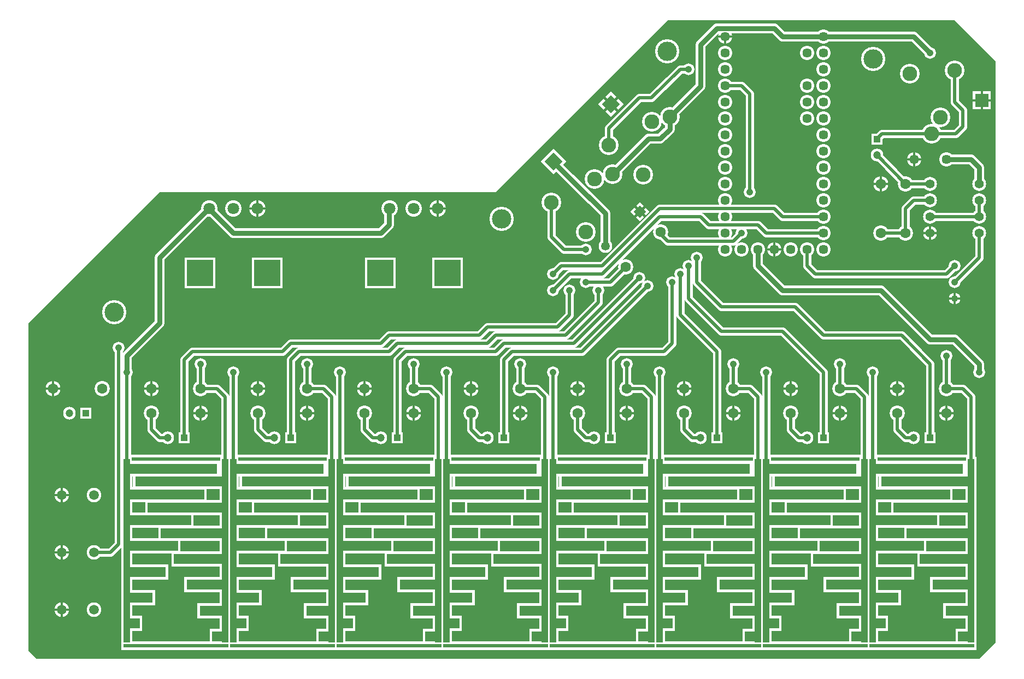
<source format=gtl>
%FSLAX33Y33*%
%MOMM*%
%AMRect-W4762000-H4762000-RO1.000*
21,1,4.762,4.762,0.,0.,180*%
%AMRect-W1762000-H1762000-RO1.000*
21,1,1.762,1.762,0.,0.,180*%
%AMRect-W2794000-H2794000-RO0.250*
21,1,2.794,2.794,0.,0.,315*%
%AMRect-W2112000-H2112000-RO0.750*
21,1,2.112,2.112,0.,0.,225*%
%AMRect-W2794000-H2794000-RO1.000*
21,1,2.794,2.794,0.,0.,180*%
%AMRect-W1762000-H1762000-RO0.500*
21,1,1.762,1.762,0.,0.,270*%
%AMRect-W400000-H1371500-RO1.000*
21,1,0.4,1.3715,0.,0.,180*%
%AMRect-W1371500-H400000-RO1.000*
21,1,1.3715,0.4,0.,0.,180*%
%AMRect-W381000-H1471500-RO1.000*
21,1,0.381,1.4715,0.,0.,180*%
%AMRect-W1471500-H381000-RO1.000*
21,1,1.4715,0.381,0.,0.,180*%
%AMRect-W381000-H1587500-RO0.250*
21,1,0.381,1.5875,0.,0.,315*%
%AMRect-W1587500-H381000-RO0.250*
21,1,1.5875,0.381,0.,0.,315*%
%AMRect-W400000-H1246500-RO0.750*
21,1,0.4,1.2465,0.,0.,225*%
%AMRect-W1246500-H400000-RO0.750*
21,1,1.2465,0.4,0.,0.,225*%
%AMRect-W381000-H1104900-RO0.500*
21,1,0.381,1.1049,0.,0.,270*%
%AMRect-W1104900-H381000-RO0.500*
21,1,1.1049,0.381,0.,0.,270*%
%AMRect-W381000-H1587500-RO1.000*
21,1,0.381,1.5875,0.,0.,180*%
%AMRect-W1587500-H381000-RO1.000*
21,1,1.5875,0.381,0.,0.,180*%
%AMRect-W400000-H1371500-RO1.500*
21,1,0.4,1.3715,0.,0.,90*%
%AMRect-W1371500-H400000-RO1.500*
21,1,1.3715,0.4,0.,0.,90*%
%AMRect-W400000-H1296500-RO1.500*
21,1,0.4,1.2965,0.,0.,90*%
%AMRect-W1296500-H400000-RO1.500*
21,1,1.2965,0.4,0.,0.,90*%
%AMRect-W4000000-H4000000-RO1.000*
21,1,4.,4.,0.,0.,180*%
%AMRect-W1350000-H1350000-RO0.750*
21,1,1.35,1.35,0.,0.,225*%
%AMRect-W1000000-H1000000-RO1.000*
21,1,1.,1.,0.,0.,180*%
%AMRect-W2032000-H2032000-RO0.250*
21,1,2.032,2.032,0.,0.,315*%
%AMRect-W2032000-H2032000-RO1.000*
21,1,2.032,2.032,0.,0.,180*%
%AMRect-W1000000-H1000000-RO0.500*
21,1,1.,1.,0.,0.,270*%
%ADD10C,1.27*%
%ADD11C,1.524*%
%ADD12C,3.048*%
%ADD13C,3.762*%
%ADD14C,1.8288*%
%ADD15C,2.362*%
%ADD16C,2.562*%
%ADD17C,1.962*%
%ADD18R,1.1176X0.80772*%
%ADD19R,14.501999X1.362*%
%ADD20R,14.761998X2.362*%
%ADD21R,1.762X1.762*%
%ADD22R,12.762X2.362*%
%ADD23C,2.212*%
%ADD24C,2.112*%
%ADD25R,2.762X2.362*%
%ADD26R,1.762X28.762*%
%ADD27R,17.001999X1.362*%
%ADD28R,10.762X2.362*%
%ADD29R,8.762X2.362*%
%ADD30R,6.762X2.362*%
%ADD31R,4.762X2.362*%
%ADD32C,2.262*%
%ADD33C,2.162*%
%ADD34C,1.812*%
%ADD35C,1.397*%
%ADD36C,1.562*%
%ADD37C,1.462*%
%ADD38C,1.762*%
%ADD39C,1.712*%
%ADD40C,2.2606*%
%ADD41C,1.612*%
%ADD42C,3.562*%
%ADD43C,1.662*%
%ADD44Rect-W4762000-H4762000-RO1.000*%
%ADD45Rect-W1762000-H1762000-RO1.000*%
%ADD46Rect-W2794000-H2794000-RO0.250*%
%ADD47Rect-W2112000-H2112000-RO0.750*%
%ADD48Rect-W2794000-H2794000-RO1.000*%
%ADD49Rect-W1762000-H1762000-RO0.500*%
%ADD50R,0.4X1.2965*%
%ADD51R,1.2965X0.4*%
%ADD52R,0.381X1.3215*%
%ADD53R,1.3215X0.381*%
%ADD54R,0.4X1.3715*%
%ADD55R,1.3715X0.4*%
%ADD56R,0.4X1.2715*%
%ADD57R,1.2715X0.4*%
%ADD58Rect-W400000-H1371500-RO1.000*%
%ADD59Rect-W1371500-H400000-RO1.000*%
%ADD60Rect-W381000-H1471500-RO1.000*%
%ADD61Rect-W1471500-H381000-RO1.000*%
%ADD62Rect-W381000-H1587500-RO0.250*%
%ADD63Rect-W1587500-H381000-RO0.250*%
%ADD64Rect-W400000-H1246500-RO0.750*%
%ADD65Rect-W1246500-H400000-RO0.750*%
%ADD66Rect-W381000-H1104900-RO0.500*%
%ADD67Rect-W1104900-H381000-RO0.500*%
%ADD68Rect-W381000-H1587500-RO1.000*%
%ADD69Rect-W1587500-H381000-RO1.000*%
%ADD70Rect-W400000-H1371500-RO1.500*%
%ADD71Rect-W1371500-H400000-RO1.500*%
%ADD72Rect-W400000-H1296500-RO1.500*%
%ADD73Rect-W1296500-H400000-RO1.500*%
%ADD74C,0.508*%
%ADD75C,0.762*%
%ADD76C,3.*%
%ADD77C,1.0668*%
%ADD78C,1.8*%
%ADD79Rect-W4000000-H4000000-RO1.000*%
%ADD80C,1.6*%
%ADD81C,1.35*%
%ADD82Rect-W1350000-H1350000-RO0.750*%
%ADD83R,13.739999X0.6*%
%ADD84R,16.239999X0.6*%
%ADD85R,6.X1.6*%
%ADD86R,1.X28.*%
%ADD87R,2.X1.6*%
%ADD88R,8.X1.6*%
%ADD89R,12.X1.6*%
%ADD90R,4.X1.6*%
%ADD91R,13.999998X1.6*%
%ADD92R,0.3556X0.04572*%
%ADD93R,10.X1.6*%
%ADD94R,1.X1.*%
%ADD95C,1.6*%
%ADD96C,1.6*%
%ADD97C,1.2*%
%ADD98Rect-W1000000-H1000000-RO1.000*%
%ADD99C,2.286*%
%ADD100Rect-W2032000-H2032000-RO0.250*%
%ADD101C,1.5*%
%ADD102C,1.4*%
%ADD103C,1.45*%
%ADD104C,1.6*%
%ADD105C,1.0668*%
%ADD106C,1.45*%
%ADD107C,2.286*%
%ADD108Rect-W2032000-H2032000-RO1.000*%
%ADD109C,1.2*%
%ADD110Rect-W1000000-H1000000-RO0.500*%
D10*
%LNpour fill*%
G36*
G01*
X0Y1270D02*
X0Y52070D01*
X20320Y72390D01*
X72390Y72390D01*
X99060Y99060D01*
X143510Y99060D01*
X149860Y92710D01*
X149860Y2540D01*
X147320Y0D01*
X1270Y0D01*
X0Y1270D01*
X0Y1270D01*
G37*
%LNpour subtractive shapes*%
%LPC*%
X69850Y50165D02*
X71120Y51435D01*
X71120Y48895D02*
X72390Y50165D01*
X71120Y51435D02*
X81915Y51435D01*
X73660Y48895D02*
X72390Y47625D01*
X72390Y50165D02*
X83185Y50165D01*
X73660Y46355D02*
X74930Y47625D01*
X73660Y48895D02*
X84455Y48895D01*
X74930Y47625D02*
X85725Y47625D01*
X59690Y41910D02*
X62230Y41910D01*
X59690Y41910D02*
X59690Y45720D01*
X62230Y41910D02*
X63500Y40640D01*
X78740Y41910D02*
X76200Y41910D01*
X76200Y45720*
X80010Y40640D02*
X78740Y41910D01*
D11*
X55880Y67310D02*
X54610Y66040D01*
X55880Y69850D02*
X55880Y67310D01*
D10*
X55880Y47625D02*
X41910Y47625D01*
X54610Y48895D02*
X55880Y50165D01*
X57150Y48895D02*
X55880Y47625D01*
X55880Y50165D02*
X69850Y50165D01*
X58420Y47625D02*
X57150Y46355D01*
X57150Y48895D02*
X71120Y48895D01*
X72390Y47625D02*
X58420Y47625D01*
X69850Y34290D02*
X68580Y35560D01*
X68580Y38100*
X71120Y34290D02*
X69850Y34290D01*
X73660Y34290D02*
X73660Y46355D01*
X57150Y34290D02*
X57150Y46355D01*
X64770Y44450D02*
X64770Y30480D01*
X80010Y30480D02*
X80010Y40640D01*
X63500Y40640D02*
X63500Y30480D01*
D11*
X116840Y96520D02*
X137160Y96520D01*
D10*
X107950Y88900D02*
X110490Y88900D01*
X111760Y87630*
D11*
X115570Y97790D02*
X114300Y97790D01*
X116840Y96520D02*
X115570Y97790D01*
D10*
X96520Y86995D02*
X94615Y86995D01*
X100965Y91440D02*
X96520Y86995D01*
X102235Y91440D02*
X100965Y91440D01*
D11*
X104140Y88806D02*
X104140Y95250D01*
X106680Y97790D02*
X104140Y95250D01*
X106680Y97790D02*
X115570Y97790D01*
D10*
X111760Y87630D02*
X111760Y72390D01*
X115570Y69850D02*
X114300Y69850D01*
D11*
X96046Y80645D02*
X97902Y80645D01*
X99398Y82141*
D10*
X97790Y69850D02*
X115570Y69850D01*
D11*
X99398Y82141D02*
X99398Y84064D01*
X104140Y88806*
X81730Y76693D02*
X89381Y69042D01*
X81730Y76693D02*
X87107Y71315D01*
D10*
X89922Y79675D02*
X89922Y82302D01*
X94615Y86995*
D11*
X90508Y75108D02*
X96046Y80645D01*
D10*
X110490Y66040D02*
X109220Y64770D01*
X113030Y67310D02*
X114300Y66040D01*
X115570Y66040*
X114300Y66040D02*
X123190Y66040D01*
X116840Y68580D02*
X115570Y69850D01*
X123190Y68580D02*
X116840Y68580D01*
D11*
X89381Y69042D02*
X89381Y66218D01*
D10*
X99060Y64770D02*
X97790Y66040D01*
X97790Y68580D02*
X100330Y68580D01*
X97790Y68580D02*
X104140Y68580D01*
X109220Y64770D02*
X99060Y64770D01*
X104140Y68580D02*
X105410Y67310D01*
X113030Y67310*
X105410Y67310D02*
X106680Y67310D01*
X81032Y65405D02*
X82937Y63500D01*
X81032Y65405D02*
X81032Y70785D01*
X81032Y67558D02*
X81032Y70785D01*
X82937Y63500D02*
X86354Y63500D01*
X82937Y63500D02*
X83820Y63500D01*
D11*
X89381Y63981D02*
X89381Y69042D01*
D10*
X31750Y30480D02*
X31750Y44450D01*
X46990Y30480D02*
X46990Y40640D01*
X48260Y44450D02*
X48260Y30480D01*
X20320Y34290D02*
X19050Y35560D01*
X21590Y34290D02*
X20320Y34290D01*
X24130Y34290D02*
X24130Y46355D01*
X52070Y35560D02*
X52070Y38100D01*
X35560Y35560D02*
X36830Y34290D01*
X38100Y34290*
X40640Y34290D02*
X40640Y46355D01*
X53340Y34290D02*
X52070Y35560D01*
X54610Y34290D02*
X53340Y34290D01*
X15240Y44450D02*
X15240Y30480D01*
X30480Y30480D02*
X30480Y40640D01*
X19050Y35560D02*
X19050Y38100D01*
X29210Y41910D02*
X30480Y40640D01*
X30480Y39370*
X35560Y38100D02*
X35560Y35560D01*
X10160Y16510D02*
X12700Y16510D01*
X13970Y17780*
X13970Y48260*
X46990Y40640D02*
X45720Y41910D01*
X43180Y41910*
X43180Y45720*
D11*
X27940Y69850D02*
X20320Y62230D01*
X31750Y66040D02*
X27940Y69850D01*
X54610Y66040D02*
X31750Y66040D01*
D10*
X26670Y41910D02*
X29210Y41910D01*
X26670Y41910D02*
X26670Y45720D01*
D11*
X20320Y52070D02*
X15240Y46990D01*
X20320Y52070D02*
X20320Y62230D01*
D10*
X24130Y46355D02*
X25400Y47625D01*
X39370Y47625*
X40640Y48895*
X41910Y47625D02*
X40640Y46355D01*
X40640Y48895D02*
X54610Y48895D01*
D11*
X15240Y46990D02*
X15240Y44450D01*
D10*
X135255Y50165D02*
X139700Y45720D01*
D11*
X132080Y57150D02*
X139700Y49530D01*
D10*
X118745Y54610D02*
X123190Y50165D01*
X135255Y50165*
D11*
X139700Y49530D02*
X143510Y49530D01*
X147320Y45720D02*
X147320Y44450D01*
D10*
X142240Y41910D02*
X142240Y46990D01*
X142240Y41910D02*
X144780Y41910D01*
D11*
X143510Y49530D02*
X147320Y45720D01*
D10*
X125730Y41910D02*
X125730Y45720D01*
X128270Y41910D02*
X125730Y41910D01*
X134620Y38100D02*
X134620Y35560D01*
X135890Y34290D02*
X137160Y34290D01*
X139700Y34290D02*
X139700Y45720D01*
D11*
X123190Y96520D02*
X137160Y96520D01*
X139700Y93980*
D10*
X144780Y85090D02*
X143510Y86360D01*
X143510Y87630*
X143510Y86360D02*
X143510Y91440D01*
X143688Y81458D02*
X144780Y82550D01*
X144780Y85090*
X107315Y50800D02*
X116840Y50800D01*
X107315Y54610D02*
X118745Y54610D01*
D11*
X116840Y57150D02*
X113030Y60960D01*
X116840Y57150D02*
X132080Y57150D01*
D10*
X111760Y41910D02*
X109220Y41910D01*
X109220Y45720*
X113030Y40640D02*
X111760Y41910D01*
X116840Y50800D02*
X123190Y44450D01*
X100965Y59690D02*
X100965Y53340D01*
X102235Y55880D02*
X107315Y50800D01*
X102235Y60960D02*
X102235Y55880D01*
X103505Y58420D02*
X107315Y54610D01*
X103505Y58420D02*
X103505Y62230D01*
X92710Y41910D02*
X95250Y41910D01*
X92710Y41910D02*
X92710Y45720D01*
X95250Y41910D02*
X96520Y40640D01*
X98425Y47625D02*
X99695Y48895D01*
X101600Y38100D02*
X101600Y35560D01*
D11*
X113030Y60960D02*
X113030Y63500D01*
D10*
X131440Y80640D02*
X132258Y81458D01*
X135890Y73660D02*
X131445Y78105D01*
X132258Y81458D02*
X132080Y81280D01*
X139915Y81458D02*
X132258Y81458D01*
X143688Y81458*
X135890Y73660D02*
X139700Y73660D01*
X139700Y71120D02*
X137160Y71120D01*
D11*
X142240Y77470D02*
X146050Y77470D01*
X147320Y76200*
X147320Y73660*
D10*
X135890Y66040D02*
X132080Y66040D01*
X135890Y66040D02*
X135890Y69850D01*
X137160Y71120D02*
X135890Y69850D01*
X121920Y59690D02*
X120650Y60960D01*
X120650Y63500*
X121920Y59690D02*
X142240Y59690D01*
X147320Y68580D02*
X139700Y68580D01*
X142240Y59690D02*
X143510Y60960D01*
X143510Y58420D02*
X147320Y62230D01*
X147320Y66040*
X147320Y71120D02*
X147320Y68580D01*
X118110Y35560D02*
X119380Y34290D01*
X118110Y38100D02*
X118110Y35560D01*
X119380Y34290D02*
X120650Y34290D01*
X123190Y34290D02*
X123190Y44450D01*
X129540Y40640D02*
X128270Y41910D01*
X144780Y41910D02*
X146050Y40640D01*
X146050Y30480*
X129540Y30480D02*
X129540Y40640D01*
X130810Y30480D02*
X130810Y44450D01*
X134620Y35560D02*
X135890Y34290D01*
X101600Y35560D02*
X102870Y34290D01*
X104140Y34290*
X106680Y34290D02*
X106680Y47625D01*
X113030Y30480D02*
X113030Y40640D01*
X114300Y30480D02*
X114300Y44450D01*
X86360Y34290D02*
X85090Y35560D01*
X85090Y38100*
X87630Y34290D02*
X86360Y34290D01*
X90170Y34290D02*
X90170Y46355D01*
X96520Y40640D02*
X96520Y30480D01*
X97790Y44450D02*
X97790Y30480D01*
X81280Y44450D02*
X81280Y30480D01*
X90170Y46355D02*
X91440Y47625D01*
X95885Y57785D02*
X85725Y47625D01*
X91440Y47625D02*
X98425Y47625D01*
X99695Y48895D02*
X99695Y58420D01*
X100965Y53340D02*
X106680Y47625D01*
X81280Y57150D02*
X83820Y59690D01*
X86360Y58420D02*
X89535Y58420D01*
X88900Y59690D02*
X92710Y63500D01*
X88900Y59690D02*
X97790Y68580D01*
X88900Y60960D02*
X97790Y69850D01*
X88900Y60960D02*
X92710Y64770D01*
X86360Y58420D02*
X90170Y58420D01*
X88265Y55245D02*
X88265Y57150D01*
X90170Y58420D02*
X92710Y60960D01*
X81280Y59690D02*
X82550Y60960D01*
X83820Y60960*
X82550Y60960D02*
X88900Y60960D01*
X83820Y59690D02*
X88900Y59690D01*
X94615Y59055D02*
X84455Y48895D01*
X88265Y55245D02*
X83185Y50165D01*
X83820Y53340D02*
X81915Y51435D01*
X83820Y53340D02*
X83820Y57150D01*
D12*
X81032Y70785D03*
D13*
X73300Y68200D03*
D14*
X76200Y45720D03*
X64770Y44450D03*
D15*
X68580Y41910D03*
X76200Y41910D03*
D16*
X55940Y69850D03*
X59690Y69850D03*
D14*
X59690Y69850D03*
D16*
X63440Y69850D03*
D14*
X43180Y45720D03*
X59690Y45720D03*
D15*
X76200Y38100D03*
X68580Y38100D03*
D17*
X54610Y34290D03*
D18*
X64973Y30404D03*
D19*
X72390Y30980D03*
D17*
X71120Y34290D03*
D20*
X55260Y29480D03*
X56510Y27480D03*
D21*
X63500Y30480D03*
X64770Y30480D03*
D22*
X70770Y25480D03*
D20*
X71770Y29480D03*
X73020Y27480D03*
D21*
X80010Y30480D03*
D23*
X107950Y86360D03*
X107950Y88900D03*
X107950Y91440D03*
X107950Y93980D03*
X107950Y96520D03*
D14*
X102235Y91440D03*
D23*
X107950Y71120D03*
X107950Y73660D03*
X107950Y76200D03*
X107950Y78740D03*
X107950Y81280D03*
X107950Y83820D03*
D14*
X111760Y72390D03*
D12*
X95244Y75108D03*
X96632Y83274D03*
X99398Y84064D03*
X87742Y74384D03*
X89922Y79675D03*
X90508Y75174D03*
D23*
X107950Y66040D03*
X107950Y68580D03*
D14*
X110490Y66040D03*
D15*
X97944Y66194D03*
D12*
X86354Y66218D03*
D14*
X86354Y63500D03*
D24*
X89381Y63981D03*
D25*
X46000Y3480D03*
D26*
X46990Y16480D03*
X48260Y16480D03*
D27*
X55880Y1980D03*
D28*
X75020Y19480D03*
D29*
X59510Y15480D03*
D30*
X60510Y11480D03*
X60510Y15480D03*
D31*
X66770Y9480D03*
D30*
X67770Y13480D03*
D29*
X76020Y15480D03*
D30*
X77020Y11480D03*
X77020Y15480D03*
D31*
X78020Y7480D03*
D25*
X49260Y5480D03*
D31*
X61510Y7480D03*
D25*
X62510Y3480D03*
D26*
X63500Y16480D03*
X64770Y16480D03*
D27*
X72390Y1980D03*
D25*
X65770Y5480D03*
X79020Y3480D03*
D26*
X80010Y16480D03*
D29*
X43000Y15480D03*
D30*
X44000Y11480D03*
X44000Y15480D03*
D31*
X50260Y9480D03*
D30*
X51260Y13480D03*
D22*
X41000Y23480D03*
D28*
X42000Y19480D03*
D29*
X52260Y17480D03*
D28*
X53260Y21480D03*
D22*
X57510Y23480D03*
D28*
X58510Y19480D03*
D29*
X68770Y17480D03*
D28*
X69770Y21480D03*
D22*
X74020Y23480D03*
D26*
X30480Y16480D03*
X31750Y16480D03*
D27*
X39370Y1980D03*
D25*
X32750Y5480D03*
D31*
X45000Y7480D03*
D21*
X46990Y30480D03*
X48260Y30480D03*
D17*
X21590Y34290D03*
D15*
X43180Y38100D03*
X52070Y38100D03*
X59690Y38100D03*
D17*
X38100Y34290D03*
D18*
X48463Y30404D03*
D19*
X55880Y30980D03*
D22*
X37750Y25480D03*
X54260Y25480D03*
D20*
X40000Y27480D03*
X38750Y29480D03*
D18*
X15443Y30404D03*
X31953Y30404D03*
D19*
X22860Y30980D03*
X39370Y30980D03*
D32*
X10120Y25400D03*
D21*
X15240Y30480D03*
D22*
X21240Y25480D03*
D20*
X22240Y29480D03*
X23490Y27480D03*
D21*
X30480Y30480D03*
X31750Y30480D03*
D17*
X6350Y38100D03*
D15*
X19050Y38100D03*
X26670Y38100D03*
X35560Y38100D03*
D22*
X24490Y23480D03*
D28*
X25490Y19480D03*
D29*
X35750Y17480D03*
D28*
X36750Y21480D03*
D31*
X17240Y9480D03*
D30*
X18240Y13480D03*
D29*
X26490Y15480D03*
D30*
X27490Y11480D03*
X27490Y15480D03*
D31*
X33750Y9480D03*
D30*
X34750Y13480D03*
D26*
X15240Y16480D03*
D27*
X22860Y1980D03*
D25*
X16240Y5480D03*
D31*
X28490Y7480D03*
D25*
X29490Y3480D03*
D32*
X5120Y25400D03*
D29*
X19240Y17480D03*
D28*
X20240Y21480D03*
D32*
X5120Y7620D03*
X5120Y16510D03*
X10120Y7620D03*
X10120Y16510D03*
D14*
X10160Y16510D03*
X48260Y44450D03*
D15*
X52070Y41910D03*
X59690Y41910D03*
D14*
X31750Y44450D03*
D15*
X35560Y41910D03*
X43180Y41910D03*
D16*
X28000Y69850D03*
X31750Y69850D03*
X35500Y69850D03*
D15*
X19050Y41910D03*
X26670Y41910D03*
D14*
X26670Y45720D03*
X13970Y48260D03*
D13*
X13275Y53725D03*
D15*
X3810Y41910D03*
X11430Y41910D03*
D14*
X15240Y44450D03*
X125730Y45720D03*
X142240Y46990D03*
X143510Y55880D03*
X143510Y58420D03*
D15*
X142240Y41910D03*
D14*
X147320Y44450D03*
D15*
X134620Y41910D03*
D14*
X130810Y44450D03*
D17*
X137160Y34290D03*
D23*
X123190Y93980D03*
X123190Y96520D03*
D12*
X136520Y90729D03*
D13*
X130900Y93000D03*
X99000Y94250D03*
D23*
X120650Y83820D03*
X120650Y86360D03*
X120650Y88900D03*
X120650Y93980D03*
X123190Y83820D03*
X123190Y86360D03*
X123190Y88900D03*
X123190Y91440D03*
D14*
X139700Y93980D03*
D12*
X141312Y83972D03*
X143513Y91262D03*
D23*
X118110Y63500D03*
D15*
X109220Y41910D03*
D14*
X109220Y45720D03*
X114300Y44450D03*
D15*
X118110Y38100D03*
X118110Y41910D03*
D14*
X97790Y44450D03*
D15*
X101600Y38100D03*
X101600Y41910D03*
X109220Y38100D03*
X92556Y60806D03*
D14*
X100965Y59690D03*
X102235Y60960D03*
X103505Y62230D03*
D23*
X107950Y63500D03*
X110490Y63500D03*
X113030Y63500D03*
X115570Y63500D03*
X123190Y73660D03*
X123190Y76200D03*
X123190Y78740D03*
X123190Y81280D03*
D17*
X131445Y78125D03*
D15*
X132080Y73660D03*
X135890Y73660D03*
D23*
X137200Y77470D03*
D12*
X139915Y81458D03*
D33*
X139700Y73660D03*
D23*
X142200Y77470D03*
D33*
X147320Y71120D03*
X147320Y73660D03*
D15*
X132080Y66040D03*
X135890Y66040D03*
D33*
X139700Y66040D03*
X139700Y68580D03*
X139700Y71120D03*
D23*
X120650Y63500D03*
X123190Y63500D03*
X123190Y66040D03*
X123190Y68580D03*
X123190Y71120D03*
D14*
X143510Y60960D03*
D33*
X147320Y66040D03*
X147320Y68580D03*
D17*
X120650Y34290D03*
D15*
X125730Y38100D03*
X125730Y41910D03*
X142240Y38100D03*
D21*
X146050Y30480D03*
X129540Y30480D03*
X130810Y30480D03*
D20*
X137810Y29480D03*
D18*
X131013Y30404D03*
D19*
X138430Y30980D03*
D15*
X134620Y38100D03*
D28*
X141060Y19480D03*
D29*
X142060Y15480D03*
D30*
X143060Y11480D03*
X143060Y15480D03*
D31*
X144060Y7480D03*
D25*
X145060Y3480D03*
D26*
X146050Y16480D03*
D22*
X123550Y23480D03*
D28*
X124550Y19480D03*
D29*
X125550Y15480D03*
D30*
X126550Y11480D03*
X126550Y15480D03*
D31*
X127550Y7480D03*
D25*
X128550Y3480D03*
D26*
X129540Y16480D03*
X130810Y16480D03*
D27*
X138430Y1980D03*
D25*
X131810Y5480D03*
D31*
X132810Y9480D03*
D30*
X133810Y13480D03*
D29*
X134810Y17480D03*
D28*
X135810Y21480D03*
D22*
X136810Y25480D03*
D20*
X139060Y27480D03*
D22*
X140060Y23480D03*
D19*
X121920Y30980D03*
X105410Y30980D03*
D17*
X104140Y34290D03*
D18*
X114503Y30404D03*
X81483Y30404D03*
D19*
X88900Y30980D03*
D17*
X87630Y34290D03*
D18*
X97993Y30404D03*
D22*
X107040Y23480D03*
D28*
X108040Y19480D03*
D21*
X113030Y30480D03*
X114300Y30480D03*
D29*
X118300Y17480D03*
D28*
X119300Y21480D03*
D22*
X120300Y25480D03*
D20*
X121300Y29480D03*
X122550Y27480D03*
D21*
X96520Y30480D03*
X97790Y30480D03*
D29*
X101790Y17480D03*
D28*
X102790Y21480D03*
D22*
X103790Y25480D03*
D20*
X104790Y29480D03*
X106040Y27480D03*
D21*
X81280Y30480D03*
D29*
X85280Y17480D03*
D28*
X86280Y21480D03*
D22*
X87280Y25480D03*
D20*
X88280Y29480D03*
X89530Y27480D03*
D22*
X90530Y23480D03*
D28*
X91530Y19480D03*
D30*
X110040Y15480D03*
D31*
X111040Y7480D03*
D25*
X112040Y3480D03*
D26*
X113030Y16480D03*
X114300Y16480D03*
D27*
X121920Y1980D03*
D25*
X115300Y5480D03*
D31*
X116300Y9480D03*
D30*
X117300Y13480D03*
D25*
X95530Y3480D03*
D26*
X96520Y16480D03*
X97790Y16480D03*
D27*
X105410Y1980D03*
D25*
X98790Y5480D03*
D31*
X99790Y9480D03*
D30*
X100790Y13480D03*
D29*
X109040Y15480D03*
D30*
X110040Y11480D03*
D26*
X81280Y16480D03*
D27*
X88900Y1980D03*
D25*
X82280Y5480D03*
D31*
X83280Y9480D03*
D30*
X84280Y13480D03*
D29*
X92530Y15480D03*
D30*
X93530Y11480D03*
X93530Y15480D03*
D31*
X94530Y7480D03*
D14*
X92710Y45720D03*
X95885Y57785D03*
X99695Y58420D03*
X81280Y57150D03*
X83820Y57150D03*
X86360Y58420D03*
X88265Y57150D03*
X94615Y59055D03*
X81280Y59690D03*
D15*
X85090Y38100D03*
X92710Y38100D03*
X85090Y41910D03*
X92710Y41910D03*
D14*
X81280Y44450D03*
D34*
X101600Y41910D03*
X109220Y41910D03*
D35*
X114300Y44450D03*
D34*
X118110Y41910D03*
X68580Y41910D03*
X76200Y41910D03*
D35*
X76200Y45720D03*
X81280Y44450D03*
D34*
X85090Y41910D03*
X92710Y41910D03*
D35*
X97790Y44450D03*
X15240Y44450D03*
X26670Y45720D03*
X31750Y44450D03*
X43180Y45720D03*
X48260Y44450D03*
X59690Y45720D03*
X64770Y44450D03*
D34*
X68580Y38100D03*
X76200Y38100D03*
X85090Y38100D03*
X92710Y38100D03*
X101600Y38100D03*
X109220Y38100D03*
X118110Y38100D03*
X35560Y41910D03*
X43180Y38100D03*
X43180Y41910D03*
X52070Y38100D03*
X52070Y41910D03*
X59690Y38100D03*
X59690Y41910D03*
X3810Y41910D03*
D36*
X6350Y38100D03*
D37*
X8890Y38100D03*
D34*
X11430Y41910D03*
X19050Y41910D03*
X26670Y41910D03*
X35560Y38100D03*
D37*
X57150Y34290D03*
D36*
X71120Y34290D03*
D37*
X73660Y34290D03*
D36*
X87630Y34290D03*
D37*
X90170Y34290D03*
D36*
X104140Y34290D03*
D37*
X106680Y34290D03*
D34*
X19050Y38100D03*
D36*
X21590Y34290D03*
D37*
X24130Y34290D03*
D34*
X26670Y38100D03*
D36*
X38100Y34290D03*
D37*
X40640Y34290D03*
D36*
X54610Y34290D03*
D38*
X5120Y7620D03*
X5120Y16510D03*
X5120Y25400D03*
X10120Y7620D03*
X10120Y16510D03*
X10120Y25400D03*
D35*
X10160Y16510D03*
D39*
X107950Y88900D03*
X107950Y91440D03*
X107950Y93980D03*
X107950Y96520D03*
D40*
X99398Y84064D03*
D35*
X102235Y91440D03*
D39*
X107950Y76200D03*
X107950Y78740D03*
X107950Y81280D03*
X107950Y83820D03*
X107950Y86360D03*
D13*
X99000Y94250D03*
D40*
X81349Y77114D03*
X87742Y74384D03*
X89922Y79675D03*
X90239Y86004D03*
X90508Y75174D03*
X95244Y75108D03*
X96632Y83274D03*
D39*
X107950Y68580D03*
X107950Y71120D03*
X107950Y73660D03*
D35*
X110490Y66040D03*
X111760Y72390D03*
D39*
X113030Y63500D03*
X115570Y63500D03*
D40*
X81032Y70785D03*
X86354Y66218D03*
D35*
X86354Y63500D03*
D41*
X89381Y63981D03*
X94769Y69369D03*
D34*
X97944Y66194D03*
D39*
X107950Y66040D03*
D13*
X73300Y68200D03*
D38*
X28000Y69850D03*
X31750Y69850D03*
X35500Y69850D03*
X55940Y69850D03*
X59690Y69850D03*
D35*
X59690Y69850D03*
D38*
X63440Y69850D03*
D35*
X99695Y58420D03*
X100965Y59690D03*
X102235Y60960D03*
X103505Y62230D03*
D39*
X107950Y63500D03*
D35*
X109220Y45720D03*
D39*
X110490Y63500D03*
D35*
X83820Y57150D03*
X86360Y58420D03*
X88265Y57150D03*
D34*
X92556Y60806D03*
D35*
X92710Y45720D03*
X94615Y59055D03*
X95885Y57785D03*
X13970Y48260D03*
D42*
X26550Y59850D03*
X36950Y59850D03*
X54490Y59850D03*
X64890Y59850D03*
D35*
X81280Y57150D03*
X81280Y59690D03*
D13*
X13275Y53725D03*
D40*
X141312Y83972D03*
X143513Y91262D03*
X147764Y86563D03*
D39*
X123190Y88900D03*
X123190Y91440D03*
X123190Y93980D03*
X123190Y96520D03*
D40*
X136520Y90729D03*
X139915Y81458D03*
D35*
X139700Y93980D03*
D13*
X130900Y93000D03*
D39*
X120650Y83820D03*
X120650Y86360D03*
X120650Y88900D03*
X120650Y93980D03*
X123190Y81280D03*
X123190Y83820D03*
X123190Y86360D03*
D43*
X139700Y71120D03*
X139700Y73660D03*
D39*
X142200Y77470D03*
D43*
X147320Y66040D03*
X147320Y68580D03*
X147320Y71120D03*
X147320Y73660D03*
D36*
X131445Y80625D03*
D34*
X132080Y73660D03*
X135890Y66040D03*
X135890Y73660D03*
D39*
X137200Y77470D03*
D43*
X139700Y66040D03*
X139700Y68580D03*
D39*
X123190Y66040D03*
X123190Y68580D03*
X123190Y71120D03*
X123190Y73660D03*
X123190Y76200D03*
X123190Y78740D03*
D36*
X131445Y78125D03*
D34*
X142240Y38100D03*
X142240Y41910D03*
D35*
X142240Y46990D03*
X143510Y55880D03*
X143510Y58420D03*
X143510Y60960D03*
X147320Y44450D03*
X125730Y45720D03*
X130810Y44450D03*
D34*
X132080Y66040D03*
X134620Y38100D03*
X134620Y41910D03*
D36*
X137160Y34290D03*
D37*
X139700Y34290D03*
D39*
X118110Y63500D03*
X120650Y63500D03*
D36*
X120650Y34290D03*
D39*
X123190Y63500D03*
D37*
X123190Y34290D03*
D34*
X125730Y38100D03*
X125730Y41910D03*
D44*
X54490Y59850D03*
X64890Y59850D03*
D45*
X57150Y34290D03*
X73660Y34290D03*
D46*
X90239Y86004D03*
D47*
X94769Y69369D03*
D46*
X81349Y77114D03*
D45*
X24130Y34290D03*
X40640Y34290D03*
X8890Y38100D03*
D44*
X26550Y59850D03*
X36950Y59850D03*
D45*
X139700Y34290D03*
D48*
X147764Y86563D03*
D49*
X131445Y80625D03*
D45*
X123190Y34290D03*
X106680Y34290D03*
X90170Y34290D03*
%LNpour readded shapes*%
%LPD*%
D50*
X107950Y95967D03*
D51*
X107397Y96520D03*
X108503Y96520D03*
D52*
X5120Y25965D03*
X5120Y24834D03*
D53*
X4554Y25400D03*
X5686Y25400D03*
D52*
X5120Y8185D03*
X5120Y7054D03*
D53*
X4554Y7620D03*
X5686Y7620D03*
D52*
X5120Y17076D03*
X5120Y15944D03*
D53*
X4554Y16510D03*
X5686Y16510D03*
D54*
X3810Y42501D03*
X3810Y41319D03*
D55*
X3220Y41910D03*
X4401Y41910D03*
D50*
X115570Y64053D03*
X115570Y62947D03*
D51*
X115017Y63500D03*
X116123Y63500D03*
D56*
X139700Y66581D03*
X139700Y65499D03*
D57*
X139160Y66040D03*
X140240Y66040D03*
D54*
X3810Y42501D03*
X3810Y41319D03*
D55*
X3220Y41910D03*
X4401Y41910D03*
D52*
X5120Y8185D03*
X5120Y7054D03*
D53*
X4554Y7620D03*
X5686Y7620D03*
D52*
X5120Y17076D03*
X5120Y15944D03*
D53*
X4554Y16510D03*
X5686Y16510D03*
D52*
X5120Y25965D03*
X5120Y24834D03*
D53*
X4554Y25400D03*
X5686Y25400D03*
D50*
X107950Y95967D03*
D51*
X107397Y96520D03*
X108503Y96520D03*
D50*
X115570Y64053D03*
X115570Y62947D03*
D51*
X115017Y63500D03*
X116123Y63500D03*
D56*
X139700Y66581D03*
X139700Y65499D03*
D57*
X139160Y66040D03*
X140240Y66040D03*
D58*
X68580Y41319D03*
X68580Y42501D03*
D59*
X69171Y41910D03*
X67990Y41910D03*
D60*
X63440Y69210D03*
X63440Y70490D03*
D61*
X64081Y69850D03*
X62800Y69850D03*
D58*
X76200Y37510D03*
X76200Y38691D03*
D59*
X76790Y38100D03*
X75609Y38100D03*
D62*
X90732Y86498D03*
X89745Y85510D03*
D63*
X89745Y86498D03*
X90732Y85510D03*
D64*
X95142Y68996D03*
X94396Y69742D03*
D65*
X95142Y69742D03*
X94396Y68996D03*
D58*
X43180Y37510D03*
X43180Y38691D03*
D59*
X43770Y38100D03*
X42590Y38100D03*
D58*
X59690Y37510D03*
X59690Y38691D03*
D59*
X60281Y38100D03*
X59099Y38100D03*
D58*
X26670Y37510D03*
X26670Y38691D03*
D59*
X27261Y38100D03*
X26079Y38100D03*
D58*
X52070Y41319D03*
X52070Y42501D03*
D59*
X52660Y41910D03*
X51480Y41910D03*
D58*
X35560Y41319D03*
X35560Y42501D03*
D59*
X36151Y41910D03*
X34969Y41910D03*
D60*
X35500Y69210D03*
X35500Y70490D03*
D61*
X36141Y69850D03*
X34859Y69850D03*
D58*
X19050Y41319D03*
X19050Y42501D03*
D59*
X19640Y41910D03*
X18459Y41910D03*
D66*
X143967Y55880D03*
X143053Y55880D03*
D67*
X143510Y56337D03*
X143510Y55423D03*
D58*
X134620Y41319D03*
X134620Y42501D03*
D59*
X135210Y41910D03*
X134030Y41910D03*
D68*
X147764Y85865D03*
X147764Y87262D03*
D69*
X148462Y86563D03*
X147065Y86563D03*
D58*
X118110Y41319D03*
X118110Y42501D03*
D59*
X118701Y41910D03*
X117519Y41910D03*
D58*
X101600Y41319D03*
X101600Y42501D03*
D59*
X102191Y41910D03*
X101010Y41910D03*
D58*
X109220Y37510D03*
X109220Y38691D03*
D59*
X109811Y38100D03*
X108629Y38100D03*
D70*
X131489Y73660D03*
X132671Y73660D03*
D71*
X132080Y73070D03*
X132080Y74251D03*
D72*
X136647Y77470D03*
X137753Y77470D03*
D73*
X137200Y76917D03*
X137200Y78023D03*
D58*
X125730Y37510D03*
X125730Y38691D03*
D59*
X126320Y38100D03*
X125139Y38100D03*
D58*
X142240Y37510D03*
X142240Y38691D03*
D59*
X142831Y38100D03*
X141649Y38100D03*
D58*
X92710Y37510D03*
X92710Y38691D03*
D59*
X93300Y38100D03*
X92120Y38100D03*
D58*
X85090Y41319D03*
X85090Y42501D03*
D59*
X85680Y41910D03*
X84499Y41910D03*
D58*
X101600Y41319D03*
X101600Y42501D03*
D59*
X102191Y41910D03*
X101010Y41910D03*
D58*
X118110Y41319D03*
X118110Y42501D03*
D59*
X118701Y41910D03*
X117519Y41910D03*
D58*
X68580Y41319D03*
X68580Y42501D03*
D59*
X69171Y41910D03*
X67990Y41910D03*
D58*
X85090Y41319D03*
X85090Y42501D03*
D59*
X85680Y41910D03*
X84499Y41910D03*
D58*
X76200Y37510D03*
X76200Y38691D03*
D59*
X76790Y38100D03*
X75609Y38100D03*
D58*
X92710Y37510D03*
X92710Y38691D03*
D59*
X93300Y38100D03*
X92120Y38100D03*
D58*
X109220Y37510D03*
X109220Y38691D03*
D59*
X109811Y38100D03*
X108629Y38100D03*
D58*
X35560Y41319D03*
X35560Y42501D03*
D59*
X36151Y41910D03*
X34969Y41910D03*
D58*
X43180Y37510D03*
X43180Y38691D03*
D59*
X43770Y38100D03*
X42590Y38100D03*
D58*
X52070Y41319D03*
X52070Y42501D03*
D59*
X52660Y41910D03*
X51480Y41910D03*
D58*
X59690Y37510D03*
X59690Y38691D03*
D59*
X60281Y38100D03*
X59099Y38100D03*
D58*
X19050Y41319D03*
X19050Y42501D03*
D59*
X19640Y41910D03*
X18459Y41910D03*
D58*
X26670Y37510D03*
X26670Y38691D03*
D59*
X27261Y38100D03*
X26079Y38100D03*
D62*
X90732Y86498D03*
X89745Y85510D03*
D63*
X89745Y86498D03*
X90732Y85510D03*
D64*
X95142Y68996D03*
X94396Y69742D03*
D65*
X95142Y69742D03*
X94396Y68996D03*
D60*
X35500Y69210D03*
X35500Y70490D03*
D61*
X36141Y69850D03*
X34859Y69850D03*
D60*
X63440Y69210D03*
X63440Y70490D03*
D61*
X64081Y69850D03*
X62800Y69850D03*
D68*
X147764Y85865D03*
X147764Y87262D03*
D69*
X148462Y86563D03*
X147065Y86563D03*
D70*
X131489Y73660D03*
X132671Y73660D03*
D71*
X132080Y73070D03*
X132080Y74251D03*
D72*
X136647Y77470D03*
X137753Y77470D03*
D73*
X137200Y76917D03*
X137200Y78023D03*
D58*
X142240Y37510D03*
X142240Y38691D03*
D59*
X142831Y38100D03*
X141649Y38100D03*
D66*
X143967Y55880D03*
X143053Y55880D03*
D67*
X143510Y56337D03*
X143510Y55423D03*
D58*
X134620Y41319D03*
X134620Y42501D03*
D59*
X135210Y41910D03*
X134030Y41910D03*
D58*
X125730Y37510D03*
X125730Y38691D03*
D59*
X126320Y38100D03*
X125139Y38100D03*
%LNtop copper_traces*%
D74*
X144780Y41910D02*
X146050Y40640D01*
X40640Y48895D02*
X54610Y48895D01*
X95250Y41910D02*
X96520Y40640D01*
D75*
X31750Y66040D02*
X27940Y69850D01*
D74*
X95885Y57785D02*
X85725Y47625D01*
X21590Y34290D02*
X20320Y34290D01*
X69850Y34290D02*
X68580Y35560D01*
X114300Y66040D02*
X123190Y66040D01*
X92710Y41910D02*
X92710Y45720D01*
X15240Y44450D02*
X15240Y30480D01*
X88900Y59690D02*
X97790Y68580D01*
X135890Y66040D02*
X132080Y66040D01*
X139700Y71120D02*
X137160Y71120D01*
D75*
X113030Y60960D02*
X113030Y63500D01*
D74*
X35560Y35560D02*
X36830Y34290D01*
X88900Y59690D02*
X92710Y63500D01*
D75*
X116840Y96520D02*
X137160Y96520D01*
D74*
X81032Y67558D02*
X81032Y70785D01*
X121920Y59690D02*
X142240Y59690D01*
X74930Y47625D02*
X85725Y47625D01*
X90170Y46355D02*
X91440Y47625D01*
X64770Y44450D02*
X64770Y30480D01*
X81280Y59690D02*
X82550Y60960D01*
X111760Y87630D02*
X111760Y72390D01*
D75*
X132080Y57150D02*
X139700Y49530D01*
D74*
X46990Y30480D02*
X46990Y40640D01*
X55880Y50165D02*
X69850Y50165D01*
X30480Y40640D02*
X30480Y39370D01*
X135890Y66040D02*
X135890Y69850D01*
D75*
X143510Y49530D02*
X147320Y45720D01*
D74*
X68580Y35560D02*
X68580Y38100D01*
X83820Y53340D02*
X81915Y51435D01*
X82937Y63500D02*
X83820Y63500D01*
X143510Y86360D02*
X143510Y91440D01*
X121920Y59690D02*
X120650Y60960D01*
X102235Y91440D02*
X100965Y91440D01*
X144780Y85090D02*
X143510Y86360D01*
X103505Y58420D02*
X107315Y54610D01*
D75*
X54610Y66040D02*
X31750Y66040D01*
D74*
X135890Y34290D02*
X137160Y34290D01*
D75*
X123190Y96520D02*
X137160Y96520D01*
D74*
X129540Y30480D02*
X129540Y40640D01*
X63500Y40640D02*
X63500Y30480D01*
X90170Y58420D02*
X92710Y60960D01*
X102870Y34290D02*
X104140Y34290D01*
X35560Y38100D02*
X35560Y35560D01*
X100965Y91440D02*
X96520Y86995D01*
D75*
X90508Y75108D02*
X96046Y80645D01*
D74*
X128270Y41910D02*
X125730Y41910D01*
X96520Y40640D02*
X96520Y30480D01*
X82550Y60960D02*
X88900Y60960D01*
X116840Y68580D02*
X115570Y69850D01*
X91440Y47625D02*
X98425Y47625D01*
D75*
X104140Y88806D02*
X104140Y95250D01*
D74*
X43180Y41910D02*
X43180Y45720D01*
X146050Y40640D02*
X146050Y30480D01*
X92710Y41910D02*
X95250Y41910D01*
X134620Y38100D02*
X134620Y35560D01*
X57150Y48895D02*
X71120Y48895D01*
X88265Y55245D02*
X83185Y50165D01*
X71120Y51435D02*
X81915Y51435D01*
X30480Y30480D02*
X30480Y40640D01*
X97790Y68580D02*
X104140Y68580D01*
X101600Y35560D02*
X102870Y34290D01*
X10160Y16510D02*
X12700Y16510D01*
X82937Y63500D02*
X86354Y63500D01*
D75*
X55880Y67310D02*
X54610Y66040D01*
D74*
X139700Y34290D02*
X139700Y45720D01*
X57150Y34290D02*
X57150Y46355D01*
X80010Y40640D02*
X78740Y41910D01*
X130810Y30480D02*
X130810Y44450D01*
X58420Y47625D02*
X57150Y46355D01*
X81032Y65405D02*
X81032Y70785D01*
D75*
X142240Y77470D02*
X146050Y77470D01*
D74*
X13970Y17780D02*
X13970Y48260D01*
X123190Y50165D02*
X135255Y50165D01*
X82550Y60960D02*
X83820Y60960D01*
X81280Y57150D02*
X83820Y59690D01*
X137160Y71120D02*
X135890Y69850D01*
X113030Y30480D02*
X113030Y40640D01*
X85090Y35560D02*
X85090Y38100D01*
X142240Y41910D02*
X144780Y41910D01*
X71120Y48895D02*
X72390Y50165D01*
X120650Y60960D02*
X120650Y63500D01*
X118745Y54610D02*
X123190Y50165D01*
X76200Y41910D02*
X76200Y45720D01*
X89922Y79675D02*
X89922Y82302D01*
X123190Y68580D02*
X116840Y68580D01*
X29210Y41910D02*
X30480Y40640D01*
X86360Y34290D02*
X85090Y35560D01*
X73660Y48895D02*
X84455Y48895D01*
X118110Y38100D02*
X118110Y35560D01*
D75*
X15240Y46990D02*
X15240Y44450D01*
D74*
X26670Y41910D02*
X26670Y45720D01*
X26670Y41910D02*
X29210Y41910D01*
X107950Y88900D02*
X110490Y88900D01*
D75*
X89381Y69042D02*
X89381Y66218D01*
D74*
X97790Y44450D02*
X97790Y30480D01*
X54610Y48895D02*
X55880Y50165D01*
X131440Y80640D02*
X132258Y81458D01*
X62230Y41910D02*
X63500Y40640D01*
X103505Y58420D02*
X103505Y62230D01*
X143510Y58420D02*
X147320Y62230D01*
X99060Y64770D02*
X97790Y66040D01*
D75*
X81730Y76693D02*
X89381Y69042D01*
X55880Y69850D02*
X55880Y67310D01*
D74*
X135890Y73660D02*
X131445Y78105D01*
X147320Y62230D02*
X147320Y66040D01*
D75*
X106680Y97790D02*
X115570Y97790D01*
D74*
X71120Y34290D02*
X69850Y34290D01*
X113030Y67310D02*
X114300Y66040D01*
X107315Y54610D02*
X118745Y54610D01*
X48260Y44450D02*
X48260Y30480D01*
D75*
X116840Y57150D02*
X113030Y60960D01*
D74*
X123190Y34290D02*
X123190Y44450D01*
X89922Y82302D02*
X94615Y86995D01*
X83820Y53340D02*
X83820Y57150D01*
D75*
X89381Y63981D02*
X89381Y69042D01*
X96046Y80645D02*
X97902Y80645D01*
D74*
X24130Y46355D02*
X25400Y47625D01*
D75*
X97902Y80645D02*
X99398Y82141D01*
D74*
X83820Y59690D02*
X88900Y59690D01*
D75*
X116840Y96520D02*
X115570Y97790D01*
D74*
X135255Y50165D02*
X139700Y45720D01*
X31750Y30480D02*
X31750Y44450D01*
X81032Y65405D02*
X82937Y63500D01*
X86360Y58420D02*
X90170Y58420D01*
X19050Y35560D02*
X19050Y38100D01*
X109220Y64770D02*
X99060Y64770D01*
X46990Y40640D02*
X45720Y41910D01*
X43180Y41910*
X40640Y34290D02*
X40640Y46355D01*
X88265Y55245D02*
X88265Y57150D01*
X110490Y66040D02*
X109220Y64770D01*
X57150Y48895D02*
X55880Y47625D01*
X113030Y40640D02*
X111760Y41910D01*
X87630Y34290D02*
X86360Y34290D01*
D75*
X106680Y97790D02*
X104140Y95250D01*
D74*
X72390Y50165D02*
X83185Y50165D01*
D75*
X99398Y84064D02*
X104140Y88806D01*
X20320Y52070D02*
X20320Y62230D01*
D74*
X86360Y58420D02*
X89535Y58420D01*
X73660Y34290D02*
X73660Y46355D01*
X73660Y48895D02*
X72390Y47625D01*
X115570Y69850D02*
X114300Y69850D01*
X142240Y41910D02*
X142240Y46990D01*
D75*
X99398Y82141D02*
X99398Y84064D01*
D74*
X125730Y41910D02*
X125730Y45720D01*
X24130Y34290D02*
X24130Y46355D01*
X99695Y48895D02*
X99695Y58420D01*
X105410Y67310D02*
X106680Y67310D01*
D75*
X147320Y45720D02*
X147320Y44450D01*
X20320Y52070D02*
X15240Y46990D01*
D74*
X59690Y41910D02*
X59690Y45720D01*
X132258Y81458D02*
X132080Y81280D01*
X116840Y50800D02*
X123190Y44450D01*
X36830Y34290D02*
X38100Y34290D01*
X55880Y47625D02*
X41910Y47625D01*
X40640Y46355*
X106680Y34290D02*
X106680Y47625D01*
X81280Y44450D02*
X81280Y30480D01*
X109220Y41910D02*
X109220Y45720D01*
X12700Y16510D02*
X13970Y17780D01*
X114300Y30480D02*
X114300Y44450D01*
X102235Y55880D02*
X107315Y50800D01*
X78740Y41910D02*
X76200Y41910D01*
X101600Y38100D02*
X101600Y35560D01*
X134620Y35560D02*
X135890Y34290D01*
X72390Y47625D02*
X58420Y47625D01*
X142240Y59690D02*
X143510Y60960D01*
X147320Y68580D02*
X139700Y68580D01*
X88900Y60960D02*
X92710Y64770D01*
X105410Y67310D02*
X113030Y67310D01*
D75*
X139700Y49530D02*
X143510Y49530D01*
D74*
X97790Y69850D02*
X115570Y69850D01*
X100965Y53340D02*
X106680Y47625D01*
X144780Y82550D02*
X144780Y85090D01*
X102235Y60960D02*
X102235Y55880D01*
X88900Y60960D02*
X97790Y69850D01*
D75*
X115570Y97790D02*
X114300Y97790D01*
D74*
X143510Y86360D02*
X143510Y87630D01*
X98425Y47625D02*
X99695Y48895D01*
X59690Y41910D02*
X62230Y41910D01*
D75*
X81730Y76693D02*
X87107Y71315D01*
X147320Y76200D02*
X147320Y73660D01*
D74*
X110490Y88900D02*
X111760Y87630D01*
X96520Y86995D02*
X94615Y86995D01*
X107315Y50800D02*
X116840Y50800D01*
X135890Y73660D02*
X139700Y73660D01*
X114300Y66040D02*
X115570Y66040D01*
D75*
X137160Y96520D02*
X139700Y93980D01*
X27940Y69850D02*
X20320Y62230D01*
D74*
X80010Y30480D02*
X80010Y40640D01*
X52070Y35560D02*
X52070Y38100D01*
X94615Y59055D02*
X84455Y48895D01*
X132258Y81458D02*
X143688Y81458D01*
X54610Y34290D02*
X53340Y34290D01*
X20320Y34290D02*
X19050Y35560D01*
X147320Y71120D02*
X147320Y68580D01*
X129540Y40640D02*
X128270Y41910D01*
X139915Y81458D02*
X132258Y81458D01*
X118110Y35560D02*
X119380Y34290D01*
X97790Y68580D02*
X100330Y68580D01*
X39370Y47625D02*
X40640Y48895D01*
D75*
X116840Y57150D02*
X132080Y57150D01*
D74*
X25400Y47625D02*
X39370Y47625D01*
X73660Y46355D02*
X74930Y47625D01*
X143688Y81458D02*
X144780Y82550D01*
X90170Y34290D02*
X90170Y46355D01*
X111760Y41910D02*
X109220Y41910D01*
D75*
X146050Y77470D02*
X147320Y76200D01*
D74*
X104140Y68580D02*
X105410Y67310D01*
X53340Y34290D02*
X52070Y35560D01*
X100965Y59690D02*
X100965Y53340D01*
X119380Y34290D02*
X120650Y34290D01*
X69850Y50165D02*
X71120Y51435D01*
D76*
X130900Y93000D03*
D77*
X99695Y58420D03*
X59690Y69850D03*
X102235Y60960D03*
X111760Y72390D03*
X142240Y46990D03*
X48260Y44450D03*
X102235Y91440D03*
X81280Y59690D03*
X26670Y45720D03*
X103505Y62230D03*
X130810Y44450D03*
X64770Y44450D03*
X95885Y57785D03*
X92710Y45720D03*
X31750Y44450D03*
X15240Y44450D03*
X125730Y45720D03*
X81280Y44450D03*
X147320Y44450D03*
X59690Y45720D03*
X100965Y59690D03*
D76*
X13275Y53725D03*
D77*
X13970Y48260D03*
X43180Y45720D03*
D76*
X73300Y68200D03*
D77*
X83820Y57150D03*
X114300Y44450D03*
X139700Y93980D03*
X110490Y66040D03*
X88265Y57150D03*
X76200Y45720D03*
X94615Y59055D03*
X97790Y44450D03*
X10160Y16510D03*
X81280Y57150D03*
X86354Y63500D03*
D76*
X99000Y94250D03*
D77*
X86360Y58420D03*
X109220Y45720D03*
%LNtop copper component fb107dcccfdb0926*%
D78*
X35500Y69850D03*
X28000Y69850D03*
X31750Y69850D03*
D79*
X26550Y59850D03*
X36950Y59850D03*
%LNtop copper component 1f20f5d5898abb2f*%
D80*
X92710Y38100D03*
X85090Y38100D03*
%LNtop copper component 4b1e3c7fd09ccb6e*%
D81*
X89381Y63981D03*
D82*
X94769Y69369D03*
%LNtop copper component 97cbeba4f3948cad*%
D83*
X138430Y30980D03*
D84*
X138430Y1980D03*
D85*
X143060Y15480D03*
D86*
X130810Y16480D03*
D87*
X145060Y3480D03*
D88*
X142060Y15480D03*
D85*
X143060Y11480D03*
D86*
X146050Y16480D03*
D89*
X140060Y23480D03*
D90*
X132810Y9480D03*
D89*
X136810Y25480D03*
D91*
X137810Y29480D03*
D92*
X131013Y30404D03*
D93*
X141060Y19480D03*
D87*
X131810Y5480D03*
D88*
X134810Y17480D03*
D91*
X139060Y27480D03*
D85*
X133810Y13480D03*
D90*
X144060Y7480D03*
D93*
X135810Y21480D03*
D94*
X130810Y30480D03*
X146050Y30480D03*
%LNtop copper component 27b49cb97a04ef49*%
D80*
X76200Y38100D03*
X68580Y38100D03*
%LNtop copper component f535bb90dd72d157*%
D83*
X22860Y30980D03*
D84*
X22860Y1980D03*
D85*
X27490Y15480D03*
D86*
X15240Y16480D03*
D87*
X29490Y3480D03*
D88*
X26490Y15480D03*
D85*
X27490Y11480D03*
D86*
X30480Y16480D03*
D89*
X24490Y23480D03*
D90*
X17240Y9480D03*
D89*
X21240Y25480D03*
D91*
X22240Y29480D03*
D92*
X15443Y30404D03*
D93*
X25490Y19480D03*
D87*
X16240Y5480D03*
D88*
X19240Y17480D03*
D91*
X23490Y27480D03*
D85*
X18240Y13480D03*
D90*
X28490Y7480D03*
D93*
X20240Y21480D03*
D94*
X15240Y30480D03*
X30480Y30480D03*
%LNtop copper component a620bbc60874f67c*%
D95*
X132080Y66040D03*
X132080Y73660D03*
%LNtop copper component ea2c1d543afd550c*%
D96*
X3810Y41910D03*
X11430Y41910D03*
%LNtop copper component b43df3c15a639c76*%
D80*
X26670Y41910D03*
X19050Y41910D03*
%LNtop copper component de895496bb2fd0e6*%
X109220Y38100D03*
X101600Y38100D03*
%LNtop copper component 470e91fafd046a91*%
D83*
X55880Y30980D03*
D84*
X55880Y1980D03*
D85*
X60510Y15480D03*
D86*
X48260Y16480D03*
D87*
X62510Y3480D03*
D88*
X59510Y15480D03*
D85*
X60510Y11480D03*
D86*
X63500Y16480D03*
D89*
X57510Y23480D03*
D90*
X50260Y9480D03*
D89*
X54260Y25480D03*
D91*
X55260Y29480D03*
D92*
X48463Y30404D03*
D93*
X58510Y19480D03*
D87*
X49260Y5480D03*
D88*
X52260Y17480D03*
D91*
X56510Y27480D03*
D85*
X51260Y13480D03*
D90*
X61510Y7480D03*
D93*
X53260Y21480D03*
D94*
X48260Y30480D03*
X63500Y30480D03*
%LNtop copper component 82f976b0e811269b*%
D95*
X135890Y66040D03*
X135890Y73660D03*
%LNtop copper component 34e823c397d52473*%
D97*
X120650Y34290D03*
D98*
X123190Y34290D03*
%LNtop copper component 9af73c40574899a7*%
D80*
X59690Y38100D03*
X52070Y38100D03*
%LNtop copper component f836791b44df51a1*%
D97*
X54610Y34290D03*
D98*
X57150Y34290D03*
%LNtop copper component b4f3b804e5a01ba0*%
D99*
X81032Y70785D03*
X86354Y66218D03*
X87742Y74384D03*
X90508Y75174D03*
D100*
X81349Y77114D03*
%LNtop copper component 02b106f82a4a95db*%
D97*
X137160Y34290D03*
D98*
X139700Y34290D03*
%LNtop copper component c91da9575c6a0be3*%
D101*
X10120Y16510D03*
X5120Y16510D03*
%LNtop copper component 9f6d21584f488dcd*%
D80*
X142240Y38100D03*
X134620Y38100D03*
%LNtop copper component d521cece24698383*%
D102*
X147320Y71120D03*
X139700Y66040D03*
X147320Y68580D03*
X139700Y68580D03*
X147320Y66040D03*
X139700Y71120D03*
X139700Y73660D03*
X147320Y73660D03*
%LNtop copper component 97a26aaf76f6e1cc*%
D103*
X120650Y93980D03*
X120650Y88900D03*
X120650Y86360D03*
X120650Y83820D03*
X120650Y63500D03*
X118110Y63500D03*
X115570Y63500D03*
X113030Y63500D03*
X110490Y63500D03*
X107950Y96520D03*
X107950Y93980D03*
X107950Y91440D03*
X107950Y88900D03*
X107950Y86360D03*
X107950Y83820D03*
X107950Y81280D03*
X107950Y78740D03*
X107950Y76200D03*
X107950Y73660D03*
X107950Y71120D03*
X107950Y68580D03*
X107950Y66040D03*
X107950Y63500D03*
X123190Y63500D03*
X123190Y66040D03*
X123190Y68580D03*
X123190Y71120D03*
X123190Y73660D03*
X123190Y76200D03*
X123190Y78740D03*
X123190Y81280D03*
X123190Y83820D03*
X123190Y86360D03*
X123190Y88900D03*
X123190Y91440D03*
X123190Y93980D03*
X123190Y96520D03*
%LNtop copper component 106714d2bc1b7527*%
D80*
X43180Y41910D03*
X35560Y41910D03*
%LNtop copper component 34c941316c1a9527*%
D97*
X104140Y34290D03*
D98*
X106680Y34290D03*
%LNtop copper component cf9d0f0b436303b1*%
D80*
X125730Y38100D03*
X118110Y38100D03*
%LNtop copper component 58c9e35b802cae0f*%
X76200Y41910D03*
X68580Y41910D03*
%LNtop copper component 36da97aa6b26bacf*%
D97*
X21590Y34290D03*
D98*
X24130Y34290D03*
%LNtop copper component 62e86ca77f7b5a9a*%
D80*
X142240Y41910D03*
X134620Y41910D03*
%LNtop copper component 497d46b69fa9bdd2*%
X43180Y38100D03*
X35560Y38100D03*
%LNtop copper component 718ced2e03940ba8*%
D78*
X63440Y69850D03*
X55940Y69850D03*
X59690Y69850D03*
D79*
X54490Y59850D03*
X64890Y59850D03*
%LNtop copper component c4b1df07a66167ef*%
D80*
X59690Y41910D03*
X52070Y41910D03*
%LNtop copper component c566558ad0bcfb55*%
D97*
X71120Y34290D03*
D98*
X73660Y34290D03*
%LNtop copper component 4820d467dc877488*%
D97*
X87630Y34290D03*
D98*
X90170Y34290D03*
%LNtop copper component da1d1d7cd5a7c606*%
D104*
X92556Y60806D03*
X97944Y66194D03*
%LNtop copper component 60ae0478fb4407c3*%
D105*
X143510Y55880D03*
X143510Y60960D03*
X143510Y58420D03*
%LNtop copper component a8833ba25e49bac5*%
D99*
X89922Y79675D03*
X95244Y75108D03*
X96632Y83274D03*
X99398Y84064D03*
D100*
X90239Y86004D03*
%LNtop copper component 920632581e92b0fd*%
D97*
X38100Y34290D03*
D98*
X40640Y34290D03*
%LNtop copper component 8d5ab273b1829623*%
D83*
X88900Y30980D03*
D84*
X88900Y1980D03*
D85*
X93530Y15480D03*
D86*
X81280Y16480D03*
D87*
X95530Y3480D03*
D88*
X92530Y15480D03*
D85*
X93530Y11480D03*
D86*
X96520Y16480D03*
D89*
X90530Y23480D03*
D90*
X83280Y9480D03*
D89*
X87280Y25480D03*
D91*
X88280Y29480D03*
D92*
X81483Y30404D03*
D93*
X91530Y19480D03*
D87*
X82280Y5480D03*
D88*
X85280Y17480D03*
D91*
X89530Y27480D03*
D85*
X84280Y13480D03*
D90*
X94530Y7480D03*
D93*
X86280Y21480D03*
D94*
X81280Y30480D03*
X96520Y30480D03*
%LNtop copper component 01f9c429d97c1052*%
D83*
X72390Y30980D03*
D84*
X72390Y1980D03*
D85*
X77020Y15480D03*
D86*
X64770Y16480D03*
D87*
X79020Y3480D03*
D88*
X76020Y15480D03*
D85*
X77020Y11480D03*
D86*
X80010Y16480D03*
D89*
X74020Y23480D03*
D90*
X66770Y9480D03*
D89*
X70770Y25480D03*
D91*
X71770Y29480D03*
D92*
X64973Y30404D03*
D93*
X75020Y19480D03*
D87*
X65770Y5480D03*
D88*
X68770Y17480D03*
D91*
X73020Y27480D03*
D85*
X67770Y13480D03*
D90*
X78020Y7480D03*
D93*
X69770Y21480D03*
D94*
X64770Y30480D03*
X80010Y30480D03*
%LNtop copper component fba815822519b424*%
D83*
X39370Y30980D03*
D84*
X39370Y1980D03*
D85*
X44000Y15480D03*
D86*
X31750Y16480D03*
D87*
X46000Y3480D03*
D88*
X43000Y15480D03*
D85*
X44000Y11480D03*
D86*
X46990Y16480D03*
D89*
X41000Y23480D03*
D90*
X33750Y9480D03*
D89*
X37750Y25480D03*
D91*
X38750Y29480D03*
D92*
X31953Y30404D03*
D93*
X42000Y19480D03*
D87*
X32750Y5480D03*
D88*
X35750Y17480D03*
D91*
X40000Y27480D03*
D85*
X34750Y13480D03*
D90*
X45000Y7480D03*
D93*
X36750Y21480D03*
D94*
X31750Y30480D03*
X46990Y30480D03*
%LNtop copper component 3612e22fcedd26d8*%
D80*
X125730Y41910D03*
X118110Y41910D03*
%LNtop copper component 3919fc649fdcade3*%
D106*
X137200Y77470D03*
X142200Y77470D03*
%LNtop copper component 6889c37fa128180d*%
D107*
X143513Y91262D03*
X136520Y90729D03*
X141312Y83972D03*
X139915Y81458D03*
D108*
X147764Y86563D03*
%LNtop copper component 42f967a1b082bbaa*%
D97*
X6350Y38100D03*
D98*
X8890Y38100D03*
%LNtop copper component 843ae13b30258408*%
D80*
X26670Y38100D03*
X19050Y38100D03*
%LNtop copper component abea25ac2a452092*%
D101*
X10120Y7620D03*
X5120Y7620D03*
%LNtop copper component 71f6df73bb3e5241*%
D80*
X109220Y41910D03*
X101600Y41910D03*
%LNtop copper component bd4e2dec967c8ba0*%
D83*
X105410Y30980D03*
D84*
X105410Y1980D03*
D85*
X110040Y15480D03*
D86*
X97790Y16480D03*
D87*
X112040Y3480D03*
D88*
X109040Y15480D03*
D85*
X110040Y11480D03*
D86*
X113030Y16480D03*
D89*
X107040Y23480D03*
D90*
X99790Y9480D03*
D89*
X103790Y25480D03*
D91*
X104790Y29480D03*
D92*
X97993Y30404D03*
D93*
X108040Y19480D03*
D87*
X98790Y5480D03*
D88*
X101790Y17480D03*
D91*
X106040Y27480D03*
D85*
X100790Y13480D03*
D90*
X111040Y7480D03*
D93*
X102790Y21480D03*
D94*
X97790Y30480D03*
X113030Y30480D03*
%LNtop copper component a23c2c192278a3d0*%
D83*
X121920Y30980D03*
D84*
X121920Y1980D03*
D85*
X126550Y15480D03*
D86*
X114300Y16480D03*
D87*
X128550Y3480D03*
D88*
X125550Y15480D03*
D85*
X126550Y11480D03*
D86*
X129540Y16480D03*
D89*
X123550Y23480D03*
D90*
X116300Y9480D03*
D89*
X120300Y25480D03*
D91*
X121300Y29480D03*
D92*
X114503Y30404D03*
D93*
X124550Y19480D03*
D87*
X115300Y5480D03*
D88*
X118300Y17480D03*
D91*
X122550Y27480D03*
D85*
X117300Y13480D03*
D90*
X127550Y7480D03*
D93*
X119300Y21480D03*
D94*
X114300Y30480D03*
X129540Y30480D03*
%LNtop copper component 3cea8e4304858dd9*%
D109*
X131445Y78125D03*
D110*
X131445Y80625D03*
%LNtop copper component c985985d9b0f206f*%
D80*
X92710Y41910D03*
X85090Y41910D03*
%LNtop copper component 6f85b1a43342d1af*%
D101*
X10120Y25400D03*
X5120Y25400D03*
M02*
</source>
